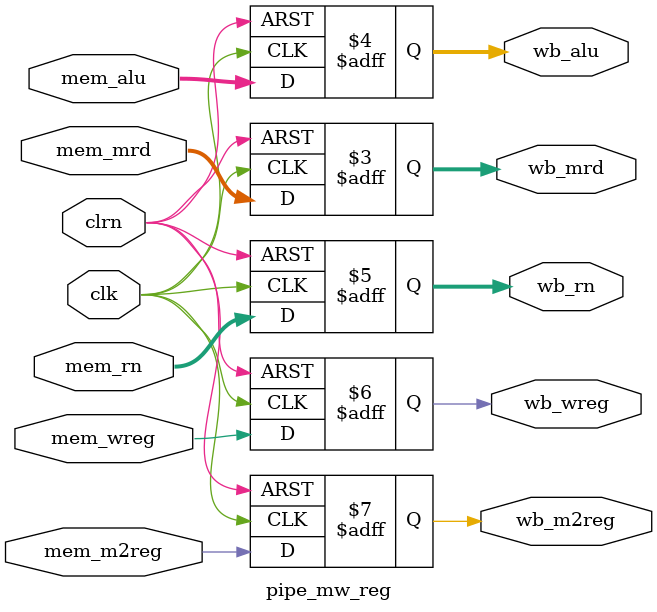
<source format=v>
`timescale 1ns / 1ps


module pipe_mw_reg #(parameter WIDTH=32, REGBITS=5)(
    input clk,
    input clrn,
    input [WIDTH-1:0] mem_mrd,
    input [WIDTH-1:0] mem_alu,
    input [REGBITS-1:0] mem_rn,
    input mem_wreg,
    input mem_m2reg,
    output reg [WIDTH-1:0] wb_mrd,
    output reg [WIDTH-1:0] wb_alu,
    output reg [REGBITS-1:0] wb_rn,
    output reg wb_wreg,
    output reg wb_m2reg);

    always @(posedge clk or negedge clrn) begin
        if (!clrn) begin
            wb_mrd <= 0;
            wb_alu <= 0;
            wb_rn <= 0;
            wb_wreg <= 0;
            wb_m2reg <= 0;
        end else begin
            wb_mrd <= mem_mrd;
            wb_alu <= mem_alu;
            wb_rn <= mem_rn;
            wb_wreg <= mem_wreg;
            wb_m2reg <= mem_m2reg;
        end        
    end
endmodule
</source>
